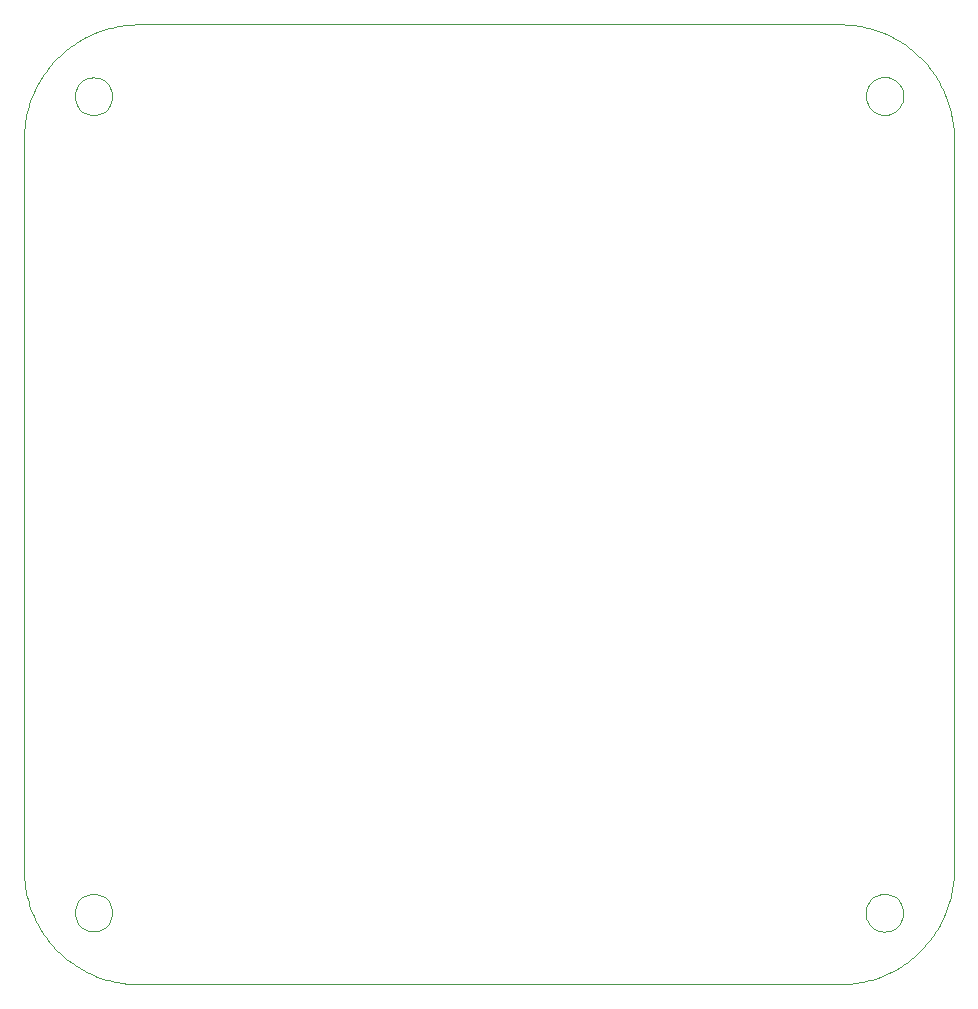
<source format=gm1>
G04*
G04 #@! TF.GenerationSoftware,Altium Limited,Altium Designer,21.0.8 (223)*
G04*
G04 Layer_Color=16711935*
%FSLAX25Y25*%
%MOIN*%
G70*
G04*
G04 #@! TF.SameCoordinates,DCFDD46B-96D2-4464-8150-C36015641F01*
G04*
G04*
G04 #@! TF.FilePolarity,Positive*
G04*
G01*
G75*
%ADD14C,0.00394*%
D14*
X29499Y23948D02*
X29422Y24934D01*
X29191Y25895D01*
X28813Y26808D01*
X28296Y27651D01*
X27654Y28403D01*
X26903Y29045D01*
X26060Y29561D01*
X25147Y29939D01*
X24185Y30170D01*
X23200Y30248D01*
X22215Y30170D01*
X21253Y29939D01*
X20340Y29561D01*
X19497Y29045D01*
X18746Y28403D01*
X18104Y27651D01*
X17587Y26808D01*
X17209Y25895D01*
X16978Y24934D01*
X16901Y23948D01*
X16978Y22963D01*
X17209Y22002D01*
X17587Y21089D01*
X18104Y20246D01*
X18746Y19494D01*
X19497Y18852D01*
X20340Y18336D01*
X21253Y17957D01*
X22215Y17727D01*
X23200Y17649D01*
X24185Y17727D01*
X25147Y17957D01*
X26060Y18336D01*
X26903Y18852D01*
X27654Y19494D01*
X28296Y20246D01*
X28813Y21089D01*
X29191Y22002D01*
X29422Y22963D01*
X29499Y23948D01*
X293146Y23900D02*
X293069Y24885D01*
X292838Y25847D01*
X292460Y26760D01*
X291943Y27603D01*
X291301Y28354D01*
X290549Y28996D01*
X289707Y29513D01*
X288793Y29891D01*
X287832Y30122D01*
X286847Y30199D01*
X285861Y30122D01*
X284900Y29891D01*
X283987Y29513D01*
X283144Y28996D01*
X282393Y28354D01*
X281751Y27603D01*
X281234Y26760D01*
X280856Y25847D01*
X280625Y24885D01*
X280548Y23900D01*
X280625Y22915D01*
X280856Y21953D01*
X281234Y21040D01*
X281751Y20197D01*
X282393Y19446D01*
X283144Y18804D01*
X283987Y18287D01*
X284900Y17909D01*
X285861Y17678D01*
X286847Y17601D01*
X287832Y17678D01*
X288793Y17909D01*
X289707Y18287D01*
X290549Y18804D01*
X291301Y19446D01*
X291943Y20197D01*
X292460Y21040D01*
X292838Y21953D01*
X293069Y22915D01*
X293146Y23900D01*
X293199Y296155D02*
X293122Y297140D01*
X292891Y298101D01*
X292513Y299015D01*
X291996Y299857D01*
X291354Y300609D01*
X290603Y301251D01*
X289760Y301767D01*
X288847Y302146D01*
X287885Y302377D01*
X286900Y302454D01*
X285915Y302377D01*
X284953Y302146D01*
X284040Y301767D01*
X283197Y301251D01*
X282446Y300609D01*
X281804Y299857D01*
X281287Y299015D01*
X280909Y298101D01*
X280678Y297140D01*
X280601Y296155D01*
X280678Y295169D01*
X280909Y294208D01*
X281287Y293295D01*
X281804Y292452D01*
X282446Y291701D01*
X283197Y291059D01*
X284040Y290542D01*
X284953Y290164D01*
X285915Y289933D01*
X286900Y289856D01*
X287885Y289933D01*
X288847Y290164D01*
X289760Y290542D01*
X290603Y291059D01*
X291354Y291701D01*
X291996Y292452D01*
X292513Y293295D01*
X292891Y294208D01*
X293122Y295169D01*
X293199Y296155D01*
X29499Y296052D02*
X29422Y297037D01*
X29191Y297998D01*
X28813Y298911D01*
X28296Y299754D01*
X27654Y300506D01*
X26903Y301148D01*
X26060Y301664D01*
X25147Y302043D01*
X24185Y302273D01*
X23200Y302351D01*
X22215Y302273D01*
X21253Y302043D01*
X20340Y301664D01*
X19497Y301148D01*
X18746Y300506D01*
X18104Y299754D01*
X17587Y298911D01*
X17209Y297998D01*
X16978Y297037D01*
X16901Y296052D01*
X16978Y295066D01*
X17209Y294105D01*
X17587Y293192D01*
X18104Y292349D01*
X18746Y291597D01*
X19497Y290955D01*
X20340Y290439D01*
X21253Y290061D01*
X22215Y289830D01*
X23200Y289752D01*
X24185Y289830D01*
X25147Y290061D01*
X26060Y290439D01*
X26903Y290955D01*
X27654Y291597D01*
X28296Y292349D01*
X28813Y293192D01*
X29191Y294105D01*
X29422Y295066D01*
X29499Y296052D01*
X271852Y0D02*
X272851Y13D01*
X273849Y52D01*
X274845Y118D01*
X275839Y209D01*
X276831Y326D01*
X277820Y470D01*
X278804Y639D01*
X279783Y834D01*
X280757Y1054D01*
X281725Y1300D01*
X282687Y1571D01*
X283640Y1867D01*
X284586Y2188D01*
X285523Y2534D01*
X286451Y2904D01*
X287368Y3298D01*
X288275Y3716D01*
X289171Y4158D01*
X290055Y4623D01*
X290926Y5111D01*
X291784Y5621D01*
X292629Y6154D01*
X293459Y6709D01*
X294275Y7286D01*
X295075Y7883D01*
X295859Y8501D01*
X296627Y9140D01*
X297378Y9798D01*
X298111Y10476D01*
X298827Y11173D01*
X299524Y11889D01*
X300202Y12622D01*
X300860Y13373D01*
X301499Y14141D01*
X302117Y14925D01*
X302714Y15725D01*
X303291Y16541D01*
X303846Y17371D01*
X304379Y18216D01*
X304889Y19074D01*
X305377Y19945D01*
X305842Y20829D01*
X306284Y21725D01*
X306702Y22632D01*
X307096Y23549D01*
X307466Y24477D01*
X307812Y25414D01*
X308133Y26360D01*
X308429Y27313D01*
X308700Y28275D01*
X308946Y29243D01*
X309166Y30217D01*
X309361Y31196D01*
X309530Y32180D01*
X309674Y33169D01*
X309791Y34160D01*
X309882Y35155D01*
X309948Y36151D01*
X309987Y37149D01*
X310000Y38148D01*
X0Y38199D02*
X13Y37199D01*
X52Y36200D01*
X118Y35202D01*
X209Y34206D01*
X327Y33213D01*
X470Y32223D01*
X640Y31238D01*
X835Y30257D01*
X1055Y29281D01*
X1302Y28312D01*
X1573Y27350D01*
X1870Y26395D01*
X2191Y25448D01*
X2537Y24509D01*
X2908Y23581D01*
X3303Y22662D01*
X3721Y21754D01*
X4163Y20857D01*
X4629Y19972D01*
X5118Y19099D01*
X5629Y18240D01*
X6163Y17394D01*
X6718Y16563D01*
X7295Y15746D01*
X7894Y14945D01*
X8513Y14160D01*
X9152Y13391D01*
X9811Y12639D01*
X10490Y11904D01*
X11188Y11188D01*
X11904Y10490D01*
X12639Y9811D01*
X13391Y9152D01*
X14160Y8513D01*
X14945Y7894D01*
X15746Y7295D01*
X16563Y6718D01*
X17394Y6163D01*
X18240Y5629D01*
X19099Y5118D01*
X19972Y4629D01*
X20857Y4163D01*
X21754Y3721D01*
X22662Y3303D01*
X23581Y2908D01*
X24509Y2537D01*
X25448Y2191D01*
X26395Y1870D01*
X27350Y1573D01*
X28312Y1302D01*
X29281Y1055D01*
X30257Y835D01*
X31238Y640D01*
X32223Y470D01*
X33213Y327D01*
X34206Y209D01*
X35202Y118D01*
X36200Y52D01*
X37199Y13D01*
X38199Y-0D01*
X38223Y320000D02*
X37223Y319987D01*
X36223Y319948D01*
X35224Y319882D01*
X34228Y319791D01*
X33234Y319673D01*
X32244Y319529D01*
X31258Y319360D01*
X30276Y319165D01*
X29300Y318944D01*
X28330Y318698D01*
X27367Y318426D01*
X26412Y318129D01*
X25464Y317808D01*
X24525Y317461D01*
X23596Y317090D01*
X22677Y316695D01*
X21768Y316277D01*
X20870Y315834D01*
X19985Y315368D01*
X19112Y314879D01*
X18252Y314367D01*
X17405Y313833D01*
X16573Y313278D01*
X15756Y312700D01*
X14954Y312101D01*
X14169Y311482D01*
X13399Y310842D01*
X12647Y310182D01*
X11912Y309503D01*
X11195Y308805D01*
X10497Y308088D01*
X9818Y307353D01*
X9158Y306601D01*
X8518Y305831D01*
X7899Y305046D01*
X7300Y304244D01*
X6723Y303427D01*
X6167Y302594D01*
X5633Y301748D01*
X5121Y300888D01*
X4632Y300015D01*
X4166Y299130D01*
X3723Y298232D01*
X3305Y297323D01*
X2910Y296404D01*
X2539Y295475D01*
X2192Y294536D01*
X1871Y293588D01*
X1574Y292633D01*
X1302Y291670D01*
X1056Y290700D01*
X835Y289724D01*
X640Y288742D01*
X471Y287756D01*
X327Y286766D01*
X209Y285772D01*
X118Y284776D01*
X52Y283777D01*
X13Y282777D01*
X0Y281777D01*
X310000Y282042D02*
X309987Y283035D01*
X309948Y284028D01*
X309883Y285020D01*
X309792Y286010D01*
X309675Y286996D01*
X309533Y287980D01*
X309364Y288959D01*
X309171Y289934D01*
X308951Y290903D01*
X308707Y291866D01*
X308437Y292823D01*
X308142Y293772D01*
X307823Y294712D01*
X307479Y295645D01*
X307111Y296568D01*
X306718Y297481D01*
X306302Y298383D01*
X305863Y299274D01*
X305400Y300154D01*
X304915Y301021D01*
X304406Y301875D01*
X303876Y302715D01*
X303324Y303541D01*
X302751Y304353D01*
X302156Y305149D01*
X301541Y305930D01*
X300905Y306694D01*
X300250Y307441D01*
X299576Y308171D01*
X298882Y308882D01*
X298170Y309576D01*
X297441Y310250D01*
X296694Y310905D01*
X295930Y311541D01*
X295149Y312156D01*
X294353Y312751D01*
X293542Y313324D01*
X292715Y313876D01*
X291875Y314406D01*
X291021Y314915D01*
X290154Y315400D01*
X289274Y315863D01*
X288383Y316302D01*
X287481Y316718D01*
X286568Y317111D01*
X285645Y317479D01*
X284713Y317823D01*
X283771Y318142D01*
X282822Y318437D01*
X281866Y318707D01*
X280903Y318951D01*
X279934Y319170D01*
X278959Y319364D01*
X277980Y319533D01*
X276996Y319675D01*
X276009Y319792D01*
X275020Y319883D01*
X274028Y319948D01*
X273035Y319987D01*
X272042Y320000D01*
X310000Y38148D02*
Y282042D01*
X38223Y320000D02*
X272042D01*
X38199Y0D02*
X271852D01*
X0Y38199D02*
Y281777D01*
M02*

</source>
